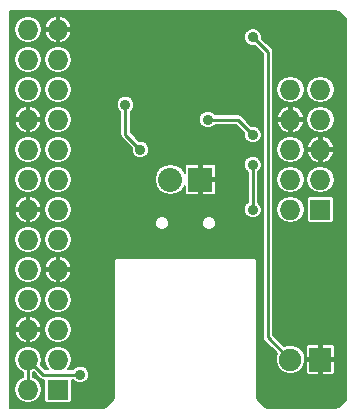
<source format=gbr>
G04 #@! TF.FileFunction,Copper,L2,Bot,Signal*
%FSLAX46Y46*%
G04 Gerber Fmt 4.6, Leading zero omitted, Abs format (unit mm)*
G04 Created by KiCad (PCBNEW (after 2015-mar-04 BZR unknown)-product) date 6/29/2016 10:21:50 AM*
%MOMM*%
G01*
G04 APERTURE LIST*
%ADD10C,0.150000*%
%ADD11R,1.727200X1.727200*%
%ADD12O,1.727200X1.727200*%
%ADD13R,1.900000X2.000000*%
%ADD14C,1.900000*%
%ADD15R,2.032000X2.032000*%
%ADD16O,2.032000X2.032000*%
%ADD17C,0.889000*%
%ADD18C,0.254000*%
%ADD19C,0.203200*%
G04 APERTURE END LIST*
D10*
D11*
X4445000Y-32385000D03*
D12*
X1905000Y-32385000D03*
X4445000Y-29845000D03*
X1905000Y-29845000D03*
X4445000Y-27305000D03*
X1905000Y-27305000D03*
X4445000Y-24765000D03*
X1905000Y-24765000D03*
X4445000Y-22225000D03*
X1905000Y-22225000D03*
X4445000Y-19685000D03*
X1905000Y-19685000D03*
X4445000Y-17145000D03*
X1905000Y-17145000D03*
X4445000Y-14605000D03*
X1905000Y-14605000D03*
X4445000Y-12065000D03*
X1905000Y-12065000D03*
X4445000Y-9525000D03*
X1905000Y-9525000D03*
X4445000Y-6985000D03*
X1905000Y-6985000D03*
X4445000Y-4445000D03*
X1905000Y-4445000D03*
X4445000Y-1905000D03*
X1905000Y-1905000D03*
D11*
X26670000Y-17145000D03*
D12*
X24130000Y-17145000D03*
X26670000Y-14605000D03*
X24130000Y-14605000D03*
X26670000Y-12065000D03*
X24130000Y-12065000D03*
X26670000Y-9525000D03*
X24130000Y-9525000D03*
X26670000Y-6985000D03*
X24130000Y-6985000D03*
D13*
X26670000Y-29845000D03*
D14*
X24130000Y-29845000D03*
D15*
X16510000Y-14605000D03*
D16*
X13970000Y-14605000D03*
D17*
X6350000Y-31115000D03*
X17780000Y-17145000D03*
X20955000Y-13335000D03*
X20955000Y-17145000D03*
X11430000Y-12065000D03*
X10160000Y-8255000D03*
X20955000Y-10795000D03*
X17145000Y-9525000D03*
X20955000Y-2540000D03*
D18*
X1905000Y-32385000D02*
X1905000Y-29845000D01*
X1905000Y-29845000D02*
X3175000Y-31115000D01*
X3175000Y-31115000D02*
X6350000Y-31115000D01*
X20955000Y-13335000D02*
X20955000Y-17145000D01*
X11430000Y-12065000D02*
X10160000Y-10795000D01*
X10160000Y-10795000D02*
X10160000Y-8255000D01*
X20955000Y-10795000D02*
X19685000Y-9525000D01*
X19685000Y-9525000D02*
X17145000Y-9525000D01*
X22225000Y-27940000D02*
X24130000Y-29845000D01*
X20955000Y-2540000D02*
X22225000Y-3810000D01*
X22225000Y-3810000D02*
X22225000Y-27940000D01*
D19*
G36*
X28855200Y-32985053D02*
X28794101Y-33292214D01*
X28212214Y-33874101D01*
X27924800Y-33931272D01*
X27924800Y-30905628D01*
X27924800Y-30010100D01*
X27924800Y-29679900D01*
X27924800Y-28784372D01*
X27878397Y-28672345D01*
X27861290Y-28655237D01*
X27861290Y-14605000D01*
X27861290Y-9525000D01*
X27861290Y-6985000D01*
X27772351Y-6537873D01*
X27519074Y-6158816D01*
X27140017Y-5905539D01*
X26692890Y-5816600D01*
X26647110Y-5816600D01*
X26199983Y-5905539D01*
X25820926Y-6158816D01*
X25567649Y-6537873D01*
X25478710Y-6985000D01*
X25567649Y-7432127D01*
X25820926Y-7811184D01*
X26199983Y-8064461D01*
X26647110Y-8153400D01*
X26692890Y-8153400D01*
X27140017Y-8064461D01*
X27519074Y-7811184D01*
X27772351Y-7432127D01*
X27861290Y-6985000D01*
X27861290Y-9525000D01*
X27772351Y-9077873D01*
X27519074Y-8698816D01*
X27140017Y-8445539D01*
X26692890Y-8356600D01*
X26647110Y-8356600D01*
X26199983Y-8445539D01*
X25820926Y-8698816D01*
X25567649Y-9077873D01*
X25478710Y-9525000D01*
X25567649Y-9972127D01*
X25820926Y-10351184D01*
X26199983Y-10604461D01*
X26647110Y-10693400D01*
X26692890Y-10693400D01*
X27140017Y-10604461D01*
X27519074Y-10351184D01*
X27772351Y-9972127D01*
X27861290Y-9525000D01*
X27861290Y-14605000D01*
X27806763Y-14330873D01*
X27806763Y-12335054D01*
X27806763Y-11794946D01*
X27664777Y-11452138D01*
X27354522Y-11118105D01*
X26940055Y-10928228D01*
X26758900Y-10976178D01*
X26758900Y-11976100D01*
X27758576Y-11976100D01*
X27806763Y-11794946D01*
X27806763Y-12335054D01*
X27758576Y-12153900D01*
X26758900Y-12153900D01*
X26758900Y-13153822D01*
X26940055Y-13201772D01*
X27354522Y-13011895D01*
X27664777Y-12677862D01*
X27806763Y-12335054D01*
X27806763Y-14330873D01*
X27772351Y-14157873D01*
X27519074Y-13778816D01*
X27140017Y-13525539D01*
X26692890Y-13436600D01*
X26647110Y-13436600D01*
X26581100Y-13449730D01*
X26581100Y-13153822D01*
X26581100Y-12153900D01*
X26581100Y-11976100D01*
X26581100Y-10976178D01*
X26399945Y-10928228D01*
X25985478Y-11118105D01*
X25675223Y-11452138D01*
X25533237Y-11794946D01*
X25581424Y-11976100D01*
X26581100Y-11976100D01*
X26581100Y-12153900D01*
X25581424Y-12153900D01*
X25533237Y-12335054D01*
X25675223Y-12677862D01*
X25985478Y-13011895D01*
X26399945Y-13201772D01*
X26581100Y-13153822D01*
X26581100Y-13449730D01*
X26199983Y-13525539D01*
X25820926Y-13778816D01*
X25567649Y-14157873D01*
X25478710Y-14605000D01*
X25567649Y-15052127D01*
X25820926Y-15431184D01*
X26199983Y-15684461D01*
X26647110Y-15773400D01*
X26692890Y-15773400D01*
X27140017Y-15684461D01*
X27519074Y-15431184D01*
X27772351Y-15052127D01*
X27861290Y-14605000D01*
X27861290Y-28655237D01*
X27844371Y-28638318D01*
X27844371Y-18008600D01*
X27844371Y-16281400D01*
X27821822Y-16165181D01*
X27754723Y-16063035D01*
X27653427Y-15994659D01*
X27533600Y-15970629D01*
X25806400Y-15970629D01*
X25690181Y-15993178D01*
X25588035Y-16060277D01*
X25519659Y-16161573D01*
X25495629Y-16281400D01*
X25495629Y-18008600D01*
X25518178Y-18124819D01*
X25585277Y-18226965D01*
X25686573Y-18295341D01*
X25806400Y-18319371D01*
X27533600Y-18319371D01*
X27649819Y-18296822D01*
X27751965Y-18229723D01*
X27820341Y-18128427D01*
X27844371Y-18008600D01*
X27844371Y-28638318D01*
X27792656Y-28586603D01*
X27680629Y-28540200D01*
X27559372Y-28540200D01*
X26835100Y-28540200D01*
X26758900Y-28616400D01*
X26758900Y-29756100D01*
X27848600Y-29756100D01*
X27924800Y-29679900D01*
X27924800Y-30010100D01*
X27848600Y-29933900D01*
X26758900Y-29933900D01*
X26758900Y-31073600D01*
X26835100Y-31149800D01*
X27559372Y-31149800D01*
X27680629Y-31149800D01*
X27792656Y-31103397D01*
X27878397Y-31017655D01*
X27924800Y-30905628D01*
X27924800Y-33931272D01*
X27905053Y-33935200D01*
X26581100Y-33935200D01*
X26581100Y-31073600D01*
X26581100Y-29933900D01*
X26581100Y-29756100D01*
X26581100Y-28616400D01*
X26504900Y-28540200D01*
X25780628Y-28540200D01*
X25659371Y-28540200D01*
X25547344Y-28586603D01*
X25461603Y-28672345D01*
X25415200Y-28784372D01*
X25415200Y-29679900D01*
X25491400Y-29756100D01*
X26581100Y-29756100D01*
X26581100Y-29933900D01*
X25491400Y-29933900D01*
X25415200Y-30010100D01*
X25415200Y-30905628D01*
X25461603Y-31017655D01*
X25547344Y-31103397D01*
X25659371Y-31149800D01*
X25780628Y-31149800D01*
X26504900Y-31149800D01*
X26581100Y-31073600D01*
X26581100Y-33935200D01*
X25385017Y-33935200D01*
X25385017Y-29596500D01*
X25321290Y-29442268D01*
X25321290Y-17145000D01*
X25321290Y-14605000D01*
X25321290Y-12065000D01*
X25321290Y-6985000D01*
X25232351Y-6537873D01*
X24979074Y-6158816D01*
X24600017Y-5905539D01*
X24152890Y-5816600D01*
X24107110Y-5816600D01*
X23659983Y-5905539D01*
X23280926Y-6158816D01*
X23027649Y-6537873D01*
X22938710Y-6985000D01*
X23027649Y-7432127D01*
X23280926Y-7811184D01*
X23659983Y-8064461D01*
X24107110Y-8153400D01*
X24152890Y-8153400D01*
X24600017Y-8064461D01*
X24979074Y-7811184D01*
X25232351Y-7432127D01*
X25321290Y-6985000D01*
X25321290Y-12065000D01*
X25266763Y-11790873D01*
X25266763Y-9795054D01*
X25266763Y-9254946D01*
X25124777Y-8912138D01*
X24814522Y-8578105D01*
X24400055Y-8388228D01*
X24218900Y-8436178D01*
X24218900Y-9436100D01*
X25218576Y-9436100D01*
X25266763Y-9254946D01*
X25266763Y-9795054D01*
X25218576Y-9613900D01*
X24218900Y-9613900D01*
X24218900Y-10613822D01*
X24400055Y-10661772D01*
X24814522Y-10471895D01*
X25124777Y-10137862D01*
X25266763Y-9795054D01*
X25266763Y-11790873D01*
X25232351Y-11617873D01*
X24979074Y-11238816D01*
X24600017Y-10985539D01*
X24152890Y-10896600D01*
X24107110Y-10896600D01*
X24041100Y-10909730D01*
X24041100Y-10613822D01*
X24041100Y-9613900D01*
X24041100Y-9436100D01*
X24041100Y-8436178D01*
X23859945Y-8388228D01*
X23445478Y-8578105D01*
X23135223Y-8912138D01*
X22993237Y-9254946D01*
X23041424Y-9436100D01*
X24041100Y-9436100D01*
X24041100Y-9613900D01*
X23041424Y-9613900D01*
X22993237Y-9795054D01*
X23135223Y-10137862D01*
X23445478Y-10471895D01*
X23859945Y-10661772D01*
X24041100Y-10613822D01*
X24041100Y-10909730D01*
X23659983Y-10985539D01*
X23280926Y-11238816D01*
X23027649Y-11617873D01*
X22938710Y-12065000D01*
X23027649Y-12512127D01*
X23280926Y-12891184D01*
X23659983Y-13144461D01*
X24107110Y-13233400D01*
X24152890Y-13233400D01*
X24600017Y-13144461D01*
X24979074Y-12891184D01*
X25232351Y-12512127D01*
X25321290Y-12065000D01*
X25321290Y-14605000D01*
X25232351Y-14157873D01*
X24979074Y-13778816D01*
X24600017Y-13525539D01*
X24152890Y-13436600D01*
X24107110Y-13436600D01*
X23659983Y-13525539D01*
X23280926Y-13778816D01*
X23027649Y-14157873D01*
X22938710Y-14605000D01*
X23027649Y-15052127D01*
X23280926Y-15431184D01*
X23659983Y-15684461D01*
X24107110Y-15773400D01*
X24152890Y-15773400D01*
X24600017Y-15684461D01*
X24979074Y-15431184D01*
X25232351Y-15052127D01*
X25321290Y-14605000D01*
X25321290Y-17145000D01*
X25232351Y-16697873D01*
X24979074Y-16318816D01*
X24600017Y-16065539D01*
X24152890Y-15976600D01*
X24107110Y-15976600D01*
X23659983Y-16065539D01*
X23280926Y-16318816D01*
X23027649Y-16697873D01*
X22938710Y-17145000D01*
X23027649Y-17592127D01*
X23280926Y-17971184D01*
X23659983Y-18224461D01*
X24107110Y-18313400D01*
X24152890Y-18313400D01*
X24600017Y-18224461D01*
X24979074Y-17971184D01*
X25232351Y-17592127D01*
X25321290Y-17145000D01*
X25321290Y-29442268D01*
X25194388Y-29135141D01*
X24841715Y-28781853D01*
X24380690Y-28590418D01*
X23881500Y-28589983D01*
X23601382Y-28705724D01*
X22656800Y-27761142D01*
X22656800Y-3810000D01*
X22623931Y-3644757D01*
X22530329Y-3504671D01*
X21704179Y-2678521D01*
X21704430Y-2391609D01*
X21590596Y-2116110D01*
X21379999Y-1905144D01*
X21104699Y-1790830D01*
X20806609Y-1790570D01*
X20531110Y-1904404D01*
X20320144Y-2115001D01*
X20205830Y-2390301D01*
X20205570Y-2688391D01*
X20319404Y-2963890D01*
X20530001Y-3174856D01*
X20805301Y-3289170D01*
X21093763Y-3289421D01*
X21793200Y-3988858D01*
X21793200Y-27940000D01*
X21826069Y-28105243D01*
X21919671Y-28245329D01*
X22990794Y-29316452D01*
X22875418Y-29594310D01*
X22874983Y-30093500D01*
X23065612Y-30554859D01*
X23418285Y-30908147D01*
X23879310Y-31099582D01*
X24378500Y-31100017D01*
X24839859Y-30909388D01*
X25193147Y-30556715D01*
X25384582Y-30095690D01*
X25385017Y-29596500D01*
X25385017Y-33935200D01*
X22259946Y-33935200D01*
X21952785Y-33874101D01*
X21704430Y-33625746D01*
X21704430Y-16996609D01*
X21590596Y-16721110D01*
X21386800Y-16516956D01*
X21386800Y-13962699D01*
X21589856Y-13759999D01*
X21704170Y-13484699D01*
X21704430Y-13186609D01*
X21704430Y-10646609D01*
X21590596Y-10371110D01*
X21379999Y-10160144D01*
X21104699Y-10045830D01*
X20816236Y-10045578D01*
X19990329Y-9219671D01*
X19850243Y-9126069D01*
X19685000Y-9093200D01*
X17772699Y-9093200D01*
X17569999Y-8890144D01*
X17294699Y-8775830D01*
X16996609Y-8775570D01*
X16721110Y-8889404D01*
X16510144Y-9100001D01*
X16395830Y-9375301D01*
X16395570Y-9673391D01*
X16509404Y-9948890D01*
X16720001Y-10159856D01*
X16995301Y-10274170D01*
X17293391Y-10274430D01*
X17568890Y-10160596D01*
X17773043Y-9956800D01*
X19506142Y-9956800D01*
X20205820Y-10656478D01*
X20205570Y-10943391D01*
X20319404Y-11218890D01*
X20530001Y-11429856D01*
X20805301Y-11544170D01*
X21103391Y-11544430D01*
X21378890Y-11430596D01*
X21589856Y-11219999D01*
X21704170Y-10944699D01*
X21704430Y-10646609D01*
X21704430Y-13186609D01*
X21590596Y-12911110D01*
X21379999Y-12700144D01*
X21104699Y-12585830D01*
X20806609Y-12585570D01*
X20531110Y-12699404D01*
X20320144Y-12910001D01*
X20205830Y-13185301D01*
X20205570Y-13483391D01*
X20319404Y-13758890D01*
X20523200Y-13963043D01*
X20523200Y-16517300D01*
X20320144Y-16720001D01*
X20205830Y-16995301D01*
X20205570Y-17293391D01*
X20319404Y-17568890D01*
X20530001Y-17779856D01*
X20805301Y-17894170D01*
X21103391Y-17894430D01*
X21378890Y-17780596D01*
X21589856Y-17569999D01*
X21704170Y-17294699D01*
X21704430Y-16996609D01*
X21704430Y-33625746D01*
X21370898Y-33292214D01*
X21309800Y-32985053D01*
X21309800Y-21590000D01*
X21282792Y-21454224D01*
X21205881Y-21339119D01*
X21090776Y-21262208D01*
X20955000Y-21235200D01*
X17830800Y-21235200D01*
X17830800Y-15681628D01*
X17830800Y-14770100D01*
X17830800Y-14439900D01*
X17830800Y-13528372D01*
X17784397Y-13416345D01*
X17698656Y-13330603D01*
X17586629Y-13284200D01*
X17465372Y-13284200D01*
X16675100Y-13284200D01*
X16598900Y-13360400D01*
X16598900Y-14516100D01*
X17754600Y-14516100D01*
X17830800Y-14439900D01*
X17830800Y-14770100D01*
X17754600Y-14693900D01*
X16598900Y-14693900D01*
X16598900Y-15849600D01*
X16675100Y-15925800D01*
X17465372Y-15925800D01*
X17586629Y-15925800D01*
X17698656Y-15879397D01*
X17784397Y-15793655D01*
X17830800Y-15681628D01*
X17830800Y-21235200D01*
X17819900Y-21235200D01*
X17819900Y-18190177D01*
X17731817Y-17976999D01*
X17568859Y-17813756D01*
X17355835Y-17725301D01*
X17125177Y-17725100D01*
X16911999Y-17813183D01*
X16748756Y-17976141D01*
X16660301Y-18189165D01*
X16660100Y-18419823D01*
X16748183Y-18633001D01*
X16911141Y-18796244D01*
X17124165Y-18884699D01*
X17354823Y-18884900D01*
X17568001Y-18796817D01*
X17731244Y-18633859D01*
X17819699Y-18420835D01*
X17819900Y-18190177D01*
X17819900Y-21235200D01*
X16421100Y-21235200D01*
X16421100Y-15849600D01*
X16421100Y-14693900D01*
X16401100Y-14693900D01*
X16401100Y-14516100D01*
X16421100Y-14516100D01*
X16421100Y-13360400D01*
X16344900Y-13284200D01*
X15554628Y-13284200D01*
X15433371Y-13284200D01*
X15321344Y-13330603D01*
X15235603Y-13416345D01*
X15189200Y-13528372D01*
X15189200Y-14072089D01*
X14903947Y-13645177D01*
X14475448Y-13358864D01*
X13970000Y-13258324D01*
X13464552Y-13358864D01*
X13036053Y-13645177D01*
X12749740Y-14073676D01*
X12649200Y-14579124D01*
X12649200Y-14630876D01*
X12749740Y-15136324D01*
X13036053Y-15564823D01*
X13464552Y-15851136D01*
X13970000Y-15951676D01*
X14475448Y-15851136D01*
X14903947Y-15564823D01*
X15189200Y-15137910D01*
X15189200Y-15681628D01*
X15235603Y-15793655D01*
X15321344Y-15879397D01*
X15433371Y-15925800D01*
X15554628Y-15925800D01*
X16344900Y-15925800D01*
X16421100Y-15849600D01*
X16421100Y-21235200D01*
X13819900Y-21235200D01*
X13819900Y-18190177D01*
X13731817Y-17976999D01*
X13568859Y-17813756D01*
X13355835Y-17725301D01*
X13125177Y-17725100D01*
X12911999Y-17813183D01*
X12748756Y-17976141D01*
X12660301Y-18189165D01*
X12660100Y-18419823D01*
X12748183Y-18633001D01*
X12911141Y-18796244D01*
X13124165Y-18884699D01*
X13354823Y-18884900D01*
X13568001Y-18796817D01*
X13731244Y-18633859D01*
X13819699Y-18420835D01*
X13819900Y-18190177D01*
X13819900Y-21235200D01*
X12179430Y-21235200D01*
X12179430Y-11916609D01*
X12065596Y-11641110D01*
X11854999Y-11430144D01*
X11579699Y-11315830D01*
X11291236Y-11315578D01*
X10591800Y-10616142D01*
X10591800Y-8882699D01*
X10794856Y-8679999D01*
X10909170Y-8404699D01*
X10909430Y-8106609D01*
X10795596Y-7831110D01*
X10584999Y-7620144D01*
X10309699Y-7505830D01*
X10011609Y-7505570D01*
X9736110Y-7619404D01*
X9525144Y-7830001D01*
X9410830Y-8105301D01*
X9410570Y-8403391D01*
X9524404Y-8678890D01*
X9728200Y-8883043D01*
X9728200Y-10795000D01*
X9761069Y-10960243D01*
X9854671Y-11100329D01*
X10680820Y-11926478D01*
X10680570Y-12213391D01*
X10794404Y-12488890D01*
X11005001Y-12699856D01*
X11280301Y-12814170D01*
X11578391Y-12814430D01*
X11853890Y-12700596D01*
X12064856Y-12489999D01*
X12179170Y-12214699D01*
X12179430Y-11916609D01*
X12179430Y-21235200D01*
X9525000Y-21235200D01*
X9389224Y-21262208D01*
X9274119Y-21339119D01*
X9197208Y-21454224D01*
X9170200Y-21590000D01*
X9170200Y-22225000D01*
X9170200Y-32985053D01*
X9109101Y-33292214D01*
X8527214Y-33874101D01*
X8220053Y-33935200D01*
X7099430Y-33935200D01*
X7099430Y-30966609D01*
X6985596Y-30691110D01*
X6774999Y-30480144D01*
X6499699Y-30365830D01*
X6201609Y-30365570D01*
X5926110Y-30479404D01*
X5721956Y-30683200D01*
X5276090Y-30683200D01*
X5294074Y-30671184D01*
X5547351Y-30292127D01*
X5636290Y-29845000D01*
X5636290Y-27305000D01*
X5636290Y-24765000D01*
X5636290Y-19685000D01*
X5636290Y-17145000D01*
X5636290Y-14605000D01*
X5636290Y-12065000D01*
X5636290Y-9525000D01*
X5636290Y-6985000D01*
X5636290Y-4445000D01*
X5581763Y-4170873D01*
X5581763Y-2175054D01*
X5581763Y-1634946D01*
X5439777Y-1292138D01*
X5129522Y-958105D01*
X4715055Y-768228D01*
X4533900Y-816178D01*
X4533900Y-1816100D01*
X5533576Y-1816100D01*
X5581763Y-1634946D01*
X5581763Y-2175054D01*
X5533576Y-1993900D01*
X4533900Y-1993900D01*
X4533900Y-2993822D01*
X4715055Y-3041772D01*
X5129522Y-2851895D01*
X5439777Y-2517862D01*
X5581763Y-2175054D01*
X5581763Y-4170873D01*
X5547351Y-3997873D01*
X5294074Y-3618816D01*
X4915017Y-3365539D01*
X4467890Y-3276600D01*
X4422110Y-3276600D01*
X4356100Y-3289730D01*
X4356100Y-2993822D01*
X4356100Y-1993900D01*
X4356100Y-1816100D01*
X4356100Y-816178D01*
X4174945Y-768228D01*
X3760478Y-958105D01*
X3450223Y-1292138D01*
X3308237Y-1634946D01*
X3356424Y-1816100D01*
X4356100Y-1816100D01*
X4356100Y-1993900D01*
X3356424Y-1993900D01*
X3308237Y-2175054D01*
X3450223Y-2517862D01*
X3760478Y-2851895D01*
X4174945Y-3041772D01*
X4356100Y-2993822D01*
X4356100Y-3289730D01*
X3974983Y-3365539D01*
X3595926Y-3618816D01*
X3342649Y-3997873D01*
X3253710Y-4445000D01*
X3342649Y-4892127D01*
X3595926Y-5271184D01*
X3974983Y-5524461D01*
X4422110Y-5613400D01*
X4467890Y-5613400D01*
X4915017Y-5524461D01*
X5294074Y-5271184D01*
X5547351Y-4892127D01*
X5636290Y-4445000D01*
X5636290Y-6985000D01*
X5547351Y-6537873D01*
X5294074Y-6158816D01*
X4915017Y-5905539D01*
X4467890Y-5816600D01*
X4422110Y-5816600D01*
X3974983Y-5905539D01*
X3595926Y-6158816D01*
X3342649Y-6537873D01*
X3253710Y-6985000D01*
X3342649Y-7432127D01*
X3595926Y-7811184D01*
X3974983Y-8064461D01*
X4422110Y-8153400D01*
X4467890Y-8153400D01*
X4915017Y-8064461D01*
X5294074Y-7811184D01*
X5547351Y-7432127D01*
X5636290Y-6985000D01*
X5636290Y-9525000D01*
X5547351Y-9077873D01*
X5294074Y-8698816D01*
X4915017Y-8445539D01*
X4467890Y-8356600D01*
X4422110Y-8356600D01*
X3974983Y-8445539D01*
X3595926Y-8698816D01*
X3342649Y-9077873D01*
X3253710Y-9525000D01*
X3342649Y-9972127D01*
X3595926Y-10351184D01*
X3974983Y-10604461D01*
X4422110Y-10693400D01*
X4467890Y-10693400D01*
X4915017Y-10604461D01*
X5294074Y-10351184D01*
X5547351Y-9972127D01*
X5636290Y-9525000D01*
X5636290Y-12065000D01*
X5547351Y-11617873D01*
X5294074Y-11238816D01*
X4915017Y-10985539D01*
X4467890Y-10896600D01*
X4422110Y-10896600D01*
X3974983Y-10985539D01*
X3595926Y-11238816D01*
X3342649Y-11617873D01*
X3253710Y-12065000D01*
X3342649Y-12512127D01*
X3595926Y-12891184D01*
X3974983Y-13144461D01*
X4422110Y-13233400D01*
X4467890Y-13233400D01*
X4915017Y-13144461D01*
X5294074Y-12891184D01*
X5547351Y-12512127D01*
X5636290Y-12065000D01*
X5636290Y-14605000D01*
X5547351Y-14157873D01*
X5294074Y-13778816D01*
X4915017Y-13525539D01*
X4467890Y-13436600D01*
X4422110Y-13436600D01*
X3974983Y-13525539D01*
X3595926Y-13778816D01*
X3342649Y-14157873D01*
X3253710Y-14605000D01*
X3342649Y-15052127D01*
X3595926Y-15431184D01*
X3974983Y-15684461D01*
X4422110Y-15773400D01*
X4467890Y-15773400D01*
X4915017Y-15684461D01*
X5294074Y-15431184D01*
X5547351Y-15052127D01*
X5636290Y-14605000D01*
X5636290Y-17145000D01*
X5547351Y-16697873D01*
X5294074Y-16318816D01*
X4915017Y-16065539D01*
X4467890Y-15976600D01*
X4422110Y-15976600D01*
X3974983Y-16065539D01*
X3595926Y-16318816D01*
X3342649Y-16697873D01*
X3253710Y-17145000D01*
X3342649Y-17592127D01*
X3595926Y-17971184D01*
X3974983Y-18224461D01*
X4422110Y-18313400D01*
X4467890Y-18313400D01*
X4915017Y-18224461D01*
X5294074Y-17971184D01*
X5547351Y-17592127D01*
X5636290Y-17145000D01*
X5636290Y-19685000D01*
X5547351Y-19237873D01*
X5294074Y-18858816D01*
X4915017Y-18605539D01*
X4467890Y-18516600D01*
X4422110Y-18516600D01*
X3974983Y-18605539D01*
X3595926Y-18858816D01*
X3342649Y-19237873D01*
X3253710Y-19685000D01*
X3342649Y-20132127D01*
X3595926Y-20511184D01*
X3974983Y-20764461D01*
X4422110Y-20853400D01*
X4467890Y-20853400D01*
X4915017Y-20764461D01*
X5294074Y-20511184D01*
X5547351Y-20132127D01*
X5636290Y-19685000D01*
X5636290Y-24765000D01*
X5581763Y-24490873D01*
X5581763Y-22495054D01*
X5581763Y-21954946D01*
X5439777Y-21612138D01*
X5129522Y-21278105D01*
X4715055Y-21088228D01*
X4533900Y-21136178D01*
X4533900Y-22136100D01*
X5533576Y-22136100D01*
X5581763Y-21954946D01*
X5581763Y-22495054D01*
X5533576Y-22313900D01*
X4533900Y-22313900D01*
X4533900Y-23313822D01*
X4715055Y-23361772D01*
X5129522Y-23171895D01*
X5439777Y-22837862D01*
X5581763Y-22495054D01*
X5581763Y-24490873D01*
X5547351Y-24317873D01*
X5294074Y-23938816D01*
X4915017Y-23685539D01*
X4467890Y-23596600D01*
X4422110Y-23596600D01*
X4356100Y-23609730D01*
X4356100Y-23313822D01*
X4356100Y-22313900D01*
X4356100Y-22136100D01*
X4356100Y-21136178D01*
X4174945Y-21088228D01*
X3760478Y-21278105D01*
X3450223Y-21612138D01*
X3308237Y-21954946D01*
X3356424Y-22136100D01*
X4356100Y-22136100D01*
X4356100Y-22313900D01*
X3356424Y-22313900D01*
X3308237Y-22495054D01*
X3450223Y-22837862D01*
X3760478Y-23171895D01*
X4174945Y-23361772D01*
X4356100Y-23313822D01*
X4356100Y-23609730D01*
X3974983Y-23685539D01*
X3595926Y-23938816D01*
X3342649Y-24317873D01*
X3253710Y-24765000D01*
X3342649Y-25212127D01*
X3595926Y-25591184D01*
X3974983Y-25844461D01*
X4422110Y-25933400D01*
X4467890Y-25933400D01*
X4915017Y-25844461D01*
X5294074Y-25591184D01*
X5547351Y-25212127D01*
X5636290Y-24765000D01*
X5636290Y-27305000D01*
X5547351Y-26857873D01*
X5294074Y-26478816D01*
X4915017Y-26225539D01*
X4467890Y-26136600D01*
X4422110Y-26136600D01*
X3974983Y-26225539D01*
X3595926Y-26478816D01*
X3342649Y-26857873D01*
X3253710Y-27305000D01*
X3342649Y-27752127D01*
X3595926Y-28131184D01*
X3974983Y-28384461D01*
X4422110Y-28473400D01*
X4467890Y-28473400D01*
X4915017Y-28384461D01*
X5294074Y-28131184D01*
X5547351Y-27752127D01*
X5636290Y-27305000D01*
X5636290Y-29845000D01*
X5547351Y-29397873D01*
X5294074Y-29018816D01*
X4915017Y-28765539D01*
X4467890Y-28676600D01*
X4422110Y-28676600D01*
X3974983Y-28765539D01*
X3595926Y-29018816D01*
X3342649Y-29397873D01*
X3253710Y-29845000D01*
X3342649Y-30292127D01*
X3595926Y-30671184D01*
X3613909Y-30683200D01*
X3353858Y-30683200D01*
X2989500Y-30318842D01*
X3007351Y-30292127D01*
X3096290Y-29845000D01*
X3096290Y-24765000D01*
X3096290Y-22225000D01*
X3096290Y-19685000D01*
X3096290Y-14605000D01*
X3096290Y-12065000D01*
X3096290Y-6985000D01*
X3096290Y-4445000D01*
X3096290Y-1905000D01*
X3007351Y-1457873D01*
X2754074Y-1078816D01*
X2375017Y-825539D01*
X1927890Y-736600D01*
X1882110Y-736600D01*
X1434983Y-825539D01*
X1055926Y-1078816D01*
X802649Y-1457873D01*
X713710Y-1905000D01*
X802649Y-2352127D01*
X1055926Y-2731184D01*
X1434983Y-2984461D01*
X1882110Y-3073400D01*
X1927890Y-3073400D01*
X2375017Y-2984461D01*
X2754074Y-2731184D01*
X3007351Y-2352127D01*
X3096290Y-1905000D01*
X3096290Y-4445000D01*
X3007351Y-3997873D01*
X2754074Y-3618816D01*
X2375017Y-3365539D01*
X1927890Y-3276600D01*
X1882110Y-3276600D01*
X1434983Y-3365539D01*
X1055926Y-3618816D01*
X802649Y-3997873D01*
X713710Y-4445000D01*
X802649Y-4892127D01*
X1055926Y-5271184D01*
X1434983Y-5524461D01*
X1882110Y-5613400D01*
X1927890Y-5613400D01*
X2375017Y-5524461D01*
X2754074Y-5271184D01*
X3007351Y-4892127D01*
X3096290Y-4445000D01*
X3096290Y-6985000D01*
X3007351Y-6537873D01*
X2754074Y-6158816D01*
X2375017Y-5905539D01*
X1927890Y-5816600D01*
X1882110Y-5816600D01*
X1434983Y-5905539D01*
X1055926Y-6158816D01*
X802649Y-6537873D01*
X713710Y-6985000D01*
X802649Y-7432127D01*
X1055926Y-7811184D01*
X1434983Y-8064461D01*
X1882110Y-8153400D01*
X1927890Y-8153400D01*
X2375017Y-8064461D01*
X2754074Y-7811184D01*
X3007351Y-7432127D01*
X3096290Y-6985000D01*
X3096290Y-12065000D01*
X3041763Y-11790873D01*
X3041763Y-9795054D01*
X3041763Y-9254946D01*
X2899777Y-8912138D01*
X2589522Y-8578105D01*
X2175055Y-8388228D01*
X1993900Y-8436178D01*
X1993900Y-9436100D01*
X2993576Y-9436100D01*
X3041763Y-9254946D01*
X3041763Y-9795054D01*
X2993576Y-9613900D01*
X1993900Y-9613900D01*
X1993900Y-10613822D01*
X2175055Y-10661772D01*
X2589522Y-10471895D01*
X2899777Y-10137862D01*
X3041763Y-9795054D01*
X3041763Y-11790873D01*
X3007351Y-11617873D01*
X2754074Y-11238816D01*
X2375017Y-10985539D01*
X1927890Y-10896600D01*
X1882110Y-10896600D01*
X1816100Y-10909730D01*
X1816100Y-10613822D01*
X1816100Y-9613900D01*
X1816100Y-9436100D01*
X1816100Y-8436178D01*
X1634945Y-8388228D01*
X1220478Y-8578105D01*
X910223Y-8912138D01*
X768237Y-9254946D01*
X816424Y-9436100D01*
X1816100Y-9436100D01*
X1816100Y-9613900D01*
X816424Y-9613900D01*
X768237Y-9795054D01*
X910223Y-10137862D01*
X1220478Y-10471895D01*
X1634945Y-10661772D01*
X1816100Y-10613822D01*
X1816100Y-10909730D01*
X1434983Y-10985539D01*
X1055926Y-11238816D01*
X802649Y-11617873D01*
X713710Y-12065000D01*
X802649Y-12512127D01*
X1055926Y-12891184D01*
X1434983Y-13144461D01*
X1882110Y-13233400D01*
X1927890Y-13233400D01*
X2375017Y-13144461D01*
X2754074Y-12891184D01*
X3007351Y-12512127D01*
X3096290Y-12065000D01*
X3096290Y-14605000D01*
X3007351Y-14157873D01*
X2754074Y-13778816D01*
X2375017Y-13525539D01*
X1927890Y-13436600D01*
X1882110Y-13436600D01*
X1434983Y-13525539D01*
X1055926Y-13778816D01*
X802649Y-14157873D01*
X713710Y-14605000D01*
X802649Y-15052127D01*
X1055926Y-15431184D01*
X1434983Y-15684461D01*
X1882110Y-15773400D01*
X1927890Y-15773400D01*
X2375017Y-15684461D01*
X2754074Y-15431184D01*
X3007351Y-15052127D01*
X3096290Y-14605000D01*
X3096290Y-19685000D01*
X3041763Y-19410873D01*
X3041763Y-17415054D01*
X3041763Y-16874946D01*
X2899777Y-16532138D01*
X2589522Y-16198105D01*
X2175055Y-16008228D01*
X1993900Y-16056178D01*
X1993900Y-17056100D01*
X2993576Y-17056100D01*
X3041763Y-16874946D01*
X3041763Y-17415054D01*
X2993576Y-17233900D01*
X1993900Y-17233900D01*
X1993900Y-18233822D01*
X2175055Y-18281772D01*
X2589522Y-18091895D01*
X2899777Y-17757862D01*
X3041763Y-17415054D01*
X3041763Y-19410873D01*
X3007351Y-19237873D01*
X2754074Y-18858816D01*
X2375017Y-18605539D01*
X1927890Y-18516600D01*
X1882110Y-18516600D01*
X1816100Y-18529730D01*
X1816100Y-18233822D01*
X1816100Y-17233900D01*
X1816100Y-17056100D01*
X1816100Y-16056178D01*
X1634945Y-16008228D01*
X1220478Y-16198105D01*
X910223Y-16532138D01*
X768237Y-16874946D01*
X816424Y-17056100D01*
X1816100Y-17056100D01*
X1816100Y-17233900D01*
X816424Y-17233900D01*
X768237Y-17415054D01*
X910223Y-17757862D01*
X1220478Y-18091895D01*
X1634945Y-18281772D01*
X1816100Y-18233822D01*
X1816100Y-18529730D01*
X1434983Y-18605539D01*
X1055926Y-18858816D01*
X802649Y-19237873D01*
X713710Y-19685000D01*
X802649Y-20132127D01*
X1055926Y-20511184D01*
X1434983Y-20764461D01*
X1882110Y-20853400D01*
X1927890Y-20853400D01*
X2375017Y-20764461D01*
X2754074Y-20511184D01*
X3007351Y-20132127D01*
X3096290Y-19685000D01*
X3096290Y-22225000D01*
X3007351Y-21777873D01*
X2754074Y-21398816D01*
X2375017Y-21145539D01*
X1927890Y-21056600D01*
X1882110Y-21056600D01*
X1434983Y-21145539D01*
X1055926Y-21398816D01*
X802649Y-21777873D01*
X713710Y-22225000D01*
X802649Y-22672127D01*
X1055926Y-23051184D01*
X1434983Y-23304461D01*
X1882110Y-23393400D01*
X1927890Y-23393400D01*
X2375017Y-23304461D01*
X2754074Y-23051184D01*
X3007351Y-22672127D01*
X3096290Y-22225000D01*
X3096290Y-24765000D01*
X3007351Y-24317873D01*
X2754074Y-23938816D01*
X2375017Y-23685539D01*
X1927890Y-23596600D01*
X1882110Y-23596600D01*
X1434983Y-23685539D01*
X1055926Y-23938816D01*
X802649Y-24317873D01*
X713710Y-24765000D01*
X802649Y-25212127D01*
X1055926Y-25591184D01*
X1434983Y-25844461D01*
X1882110Y-25933400D01*
X1927890Y-25933400D01*
X2375017Y-25844461D01*
X2754074Y-25591184D01*
X3007351Y-25212127D01*
X3096290Y-24765000D01*
X3096290Y-29845000D01*
X3041763Y-29570873D01*
X3041763Y-27575054D01*
X3041763Y-27034946D01*
X2899777Y-26692138D01*
X2589522Y-26358105D01*
X2175055Y-26168228D01*
X1993900Y-26216178D01*
X1993900Y-27216100D01*
X2993576Y-27216100D01*
X3041763Y-27034946D01*
X3041763Y-27575054D01*
X2993576Y-27393900D01*
X1993900Y-27393900D01*
X1993900Y-28393822D01*
X2175055Y-28441772D01*
X2589522Y-28251895D01*
X2899777Y-27917862D01*
X3041763Y-27575054D01*
X3041763Y-29570873D01*
X3007351Y-29397873D01*
X2754074Y-29018816D01*
X2375017Y-28765539D01*
X1927890Y-28676600D01*
X1882110Y-28676600D01*
X1816100Y-28689730D01*
X1816100Y-28393822D01*
X1816100Y-27393900D01*
X1816100Y-27216100D01*
X1816100Y-26216178D01*
X1634945Y-26168228D01*
X1220478Y-26358105D01*
X910223Y-26692138D01*
X768237Y-27034946D01*
X816424Y-27216100D01*
X1816100Y-27216100D01*
X1816100Y-27393900D01*
X816424Y-27393900D01*
X768237Y-27575054D01*
X910223Y-27917862D01*
X1220478Y-28251895D01*
X1634945Y-28441772D01*
X1816100Y-28393822D01*
X1816100Y-28689730D01*
X1434983Y-28765539D01*
X1055926Y-29018816D01*
X802649Y-29397873D01*
X713710Y-29845000D01*
X802649Y-30292127D01*
X1055926Y-30671184D01*
X1434983Y-30924461D01*
X1473200Y-30932062D01*
X1473200Y-31297937D01*
X1434983Y-31305539D01*
X1055926Y-31558816D01*
X802649Y-31937873D01*
X713710Y-32385000D01*
X802649Y-32832127D01*
X1055926Y-33211184D01*
X1434983Y-33464461D01*
X1882110Y-33553400D01*
X1927890Y-33553400D01*
X2375017Y-33464461D01*
X2754074Y-33211184D01*
X3007351Y-32832127D01*
X3096290Y-32385000D01*
X3007351Y-31937873D01*
X2754074Y-31558816D01*
X2375017Y-31305539D01*
X2336800Y-31297937D01*
X2336800Y-30932062D01*
X2374004Y-30924662D01*
X2869671Y-31420329D01*
X3009757Y-31513931D01*
X3175000Y-31546800D01*
X3270629Y-31546800D01*
X3270629Y-33248600D01*
X3293178Y-33364819D01*
X3360277Y-33466965D01*
X3461573Y-33535341D01*
X3581400Y-33559371D01*
X5308600Y-33559371D01*
X5424819Y-33536822D01*
X5526965Y-33469723D01*
X5595341Y-33368427D01*
X5619371Y-33248600D01*
X5619371Y-31546800D01*
X5722300Y-31546800D01*
X5925001Y-31749856D01*
X6200301Y-31864170D01*
X6498391Y-31864430D01*
X6773890Y-31750596D01*
X6984856Y-31539999D01*
X7099170Y-31264699D01*
X7099430Y-30966609D01*
X7099430Y-33935200D01*
X354800Y-33935200D01*
X354800Y-354800D01*
X27905053Y-354800D01*
X28212214Y-415898D01*
X28794101Y-997785D01*
X28855200Y-1304946D01*
X28855200Y-32985053D01*
X28855200Y-32985053D01*
G37*
X28855200Y-32985053D02*
X28794101Y-33292214D01*
X28212214Y-33874101D01*
X27924800Y-33931272D01*
X27924800Y-30905628D01*
X27924800Y-30010100D01*
X27924800Y-29679900D01*
X27924800Y-28784372D01*
X27878397Y-28672345D01*
X27861290Y-28655237D01*
X27861290Y-14605000D01*
X27861290Y-9525000D01*
X27861290Y-6985000D01*
X27772351Y-6537873D01*
X27519074Y-6158816D01*
X27140017Y-5905539D01*
X26692890Y-5816600D01*
X26647110Y-5816600D01*
X26199983Y-5905539D01*
X25820926Y-6158816D01*
X25567649Y-6537873D01*
X25478710Y-6985000D01*
X25567649Y-7432127D01*
X25820926Y-7811184D01*
X26199983Y-8064461D01*
X26647110Y-8153400D01*
X26692890Y-8153400D01*
X27140017Y-8064461D01*
X27519074Y-7811184D01*
X27772351Y-7432127D01*
X27861290Y-6985000D01*
X27861290Y-9525000D01*
X27772351Y-9077873D01*
X27519074Y-8698816D01*
X27140017Y-8445539D01*
X26692890Y-8356600D01*
X26647110Y-8356600D01*
X26199983Y-8445539D01*
X25820926Y-8698816D01*
X25567649Y-9077873D01*
X25478710Y-9525000D01*
X25567649Y-9972127D01*
X25820926Y-10351184D01*
X26199983Y-10604461D01*
X26647110Y-10693400D01*
X26692890Y-10693400D01*
X27140017Y-10604461D01*
X27519074Y-10351184D01*
X27772351Y-9972127D01*
X27861290Y-9525000D01*
X27861290Y-14605000D01*
X27806763Y-14330873D01*
X27806763Y-12335054D01*
X27806763Y-11794946D01*
X27664777Y-11452138D01*
X27354522Y-11118105D01*
X26940055Y-10928228D01*
X26758900Y-10976178D01*
X26758900Y-11976100D01*
X27758576Y-11976100D01*
X27806763Y-11794946D01*
X27806763Y-12335054D01*
X27758576Y-12153900D01*
X26758900Y-12153900D01*
X26758900Y-13153822D01*
X26940055Y-13201772D01*
X27354522Y-13011895D01*
X27664777Y-12677862D01*
X27806763Y-12335054D01*
X27806763Y-14330873D01*
X27772351Y-14157873D01*
X27519074Y-13778816D01*
X27140017Y-13525539D01*
X26692890Y-13436600D01*
X26647110Y-13436600D01*
X26581100Y-13449730D01*
X26581100Y-13153822D01*
X26581100Y-12153900D01*
X26581100Y-11976100D01*
X26581100Y-10976178D01*
X26399945Y-10928228D01*
X25985478Y-11118105D01*
X25675223Y-11452138D01*
X25533237Y-11794946D01*
X25581424Y-11976100D01*
X26581100Y-11976100D01*
X26581100Y-12153900D01*
X25581424Y-12153900D01*
X25533237Y-12335054D01*
X25675223Y-12677862D01*
X25985478Y-13011895D01*
X26399945Y-13201772D01*
X26581100Y-13153822D01*
X26581100Y-13449730D01*
X26199983Y-13525539D01*
X25820926Y-13778816D01*
X25567649Y-14157873D01*
X25478710Y-14605000D01*
X25567649Y-15052127D01*
X25820926Y-15431184D01*
X26199983Y-15684461D01*
X26647110Y-15773400D01*
X26692890Y-15773400D01*
X27140017Y-15684461D01*
X27519074Y-15431184D01*
X27772351Y-15052127D01*
X27861290Y-14605000D01*
X27861290Y-28655237D01*
X27844371Y-28638318D01*
X27844371Y-18008600D01*
X27844371Y-16281400D01*
X27821822Y-16165181D01*
X27754723Y-16063035D01*
X27653427Y-15994659D01*
X27533600Y-15970629D01*
X25806400Y-15970629D01*
X25690181Y-15993178D01*
X25588035Y-16060277D01*
X25519659Y-16161573D01*
X25495629Y-16281400D01*
X25495629Y-18008600D01*
X25518178Y-18124819D01*
X25585277Y-18226965D01*
X25686573Y-18295341D01*
X25806400Y-18319371D01*
X27533600Y-18319371D01*
X27649819Y-18296822D01*
X27751965Y-18229723D01*
X27820341Y-18128427D01*
X27844371Y-18008600D01*
X27844371Y-28638318D01*
X27792656Y-28586603D01*
X27680629Y-28540200D01*
X27559372Y-28540200D01*
X26835100Y-28540200D01*
X26758900Y-28616400D01*
X26758900Y-29756100D01*
X27848600Y-29756100D01*
X27924800Y-29679900D01*
X27924800Y-30010100D01*
X27848600Y-29933900D01*
X26758900Y-29933900D01*
X26758900Y-31073600D01*
X26835100Y-31149800D01*
X27559372Y-31149800D01*
X27680629Y-31149800D01*
X27792656Y-31103397D01*
X27878397Y-31017655D01*
X27924800Y-30905628D01*
X27924800Y-33931272D01*
X27905053Y-33935200D01*
X26581100Y-33935200D01*
X26581100Y-31073600D01*
X26581100Y-29933900D01*
X26581100Y-29756100D01*
X26581100Y-28616400D01*
X26504900Y-28540200D01*
X25780628Y-28540200D01*
X25659371Y-28540200D01*
X25547344Y-28586603D01*
X25461603Y-28672345D01*
X25415200Y-28784372D01*
X25415200Y-29679900D01*
X25491400Y-29756100D01*
X26581100Y-29756100D01*
X26581100Y-29933900D01*
X25491400Y-29933900D01*
X25415200Y-30010100D01*
X25415200Y-30905628D01*
X25461603Y-31017655D01*
X25547344Y-31103397D01*
X25659371Y-31149800D01*
X25780628Y-31149800D01*
X26504900Y-31149800D01*
X26581100Y-31073600D01*
X26581100Y-33935200D01*
X25385017Y-33935200D01*
X25385017Y-29596500D01*
X25321290Y-29442268D01*
X25321290Y-17145000D01*
X25321290Y-14605000D01*
X25321290Y-12065000D01*
X25321290Y-6985000D01*
X25232351Y-6537873D01*
X24979074Y-6158816D01*
X24600017Y-5905539D01*
X24152890Y-5816600D01*
X24107110Y-5816600D01*
X23659983Y-5905539D01*
X23280926Y-6158816D01*
X23027649Y-6537873D01*
X22938710Y-6985000D01*
X23027649Y-7432127D01*
X23280926Y-7811184D01*
X23659983Y-8064461D01*
X24107110Y-8153400D01*
X24152890Y-8153400D01*
X24600017Y-8064461D01*
X24979074Y-7811184D01*
X25232351Y-7432127D01*
X25321290Y-6985000D01*
X25321290Y-12065000D01*
X25266763Y-11790873D01*
X25266763Y-9795054D01*
X25266763Y-9254946D01*
X25124777Y-8912138D01*
X24814522Y-8578105D01*
X24400055Y-8388228D01*
X24218900Y-8436178D01*
X24218900Y-9436100D01*
X25218576Y-9436100D01*
X25266763Y-9254946D01*
X25266763Y-9795054D01*
X25218576Y-9613900D01*
X24218900Y-9613900D01*
X24218900Y-10613822D01*
X24400055Y-10661772D01*
X24814522Y-10471895D01*
X25124777Y-10137862D01*
X25266763Y-9795054D01*
X25266763Y-11790873D01*
X25232351Y-11617873D01*
X24979074Y-11238816D01*
X24600017Y-10985539D01*
X24152890Y-10896600D01*
X24107110Y-10896600D01*
X24041100Y-10909730D01*
X24041100Y-10613822D01*
X24041100Y-9613900D01*
X24041100Y-9436100D01*
X24041100Y-8436178D01*
X23859945Y-8388228D01*
X23445478Y-8578105D01*
X23135223Y-8912138D01*
X22993237Y-9254946D01*
X23041424Y-9436100D01*
X24041100Y-9436100D01*
X24041100Y-9613900D01*
X23041424Y-9613900D01*
X22993237Y-9795054D01*
X23135223Y-10137862D01*
X23445478Y-10471895D01*
X23859945Y-10661772D01*
X24041100Y-10613822D01*
X24041100Y-10909730D01*
X23659983Y-10985539D01*
X23280926Y-11238816D01*
X23027649Y-11617873D01*
X22938710Y-12065000D01*
X23027649Y-12512127D01*
X23280926Y-12891184D01*
X23659983Y-13144461D01*
X24107110Y-13233400D01*
X24152890Y-13233400D01*
X24600017Y-13144461D01*
X24979074Y-12891184D01*
X25232351Y-12512127D01*
X25321290Y-12065000D01*
X25321290Y-14605000D01*
X25232351Y-14157873D01*
X24979074Y-13778816D01*
X24600017Y-13525539D01*
X24152890Y-13436600D01*
X24107110Y-13436600D01*
X23659983Y-13525539D01*
X23280926Y-13778816D01*
X23027649Y-14157873D01*
X22938710Y-14605000D01*
X23027649Y-15052127D01*
X23280926Y-15431184D01*
X23659983Y-15684461D01*
X24107110Y-15773400D01*
X24152890Y-15773400D01*
X24600017Y-15684461D01*
X24979074Y-15431184D01*
X25232351Y-15052127D01*
X25321290Y-14605000D01*
X25321290Y-17145000D01*
X25232351Y-16697873D01*
X24979074Y-16318816D01*
X24600017Y-16065539D01*
X24152890Y-15976600D01*
X24107110Y-15976600D01*
X23659983Y-16065539D01*
X23280926Y-16318816D01*
X23027649Y-16697873D01*
X22938710Y-17145000D01*
X23027649Y-17592127D01*
X23280926Y-17971184D01*
X23659983Y-18224461D01*
X24107110Y-18313400D01*
X24152890Y-18313400D01*
X24600017Y-18224461D01*
X24979074Y-17971184D01*
X25232351Y-17592127D01*
X25321290Y-17145000D01*
X25321290Y-29442268D01*
X25194388Y-29135141D01*
X24841715Y-28781853D01*
X24380690Y-28590418D01*
X23881500Y-28589983D01*
X23601382Y-28705724D01*
X22656800Y-27761142D01*
X22656800Y-3810000D01*
X22623931Y-3644757D01*
X22530329Y-3504671D01*
X21704179Y-2678521D01*
X21704430Y-2391609D01*
X21590596Y-2116110D01*
X21379999Y-1905144D01*
X21104699Y-1790830D01*
X20806609Y-1790570D01*
X20531110Y-1904404D01*
X20320144Y-2115001D01*
X20205830Y-2390301D01*
X20205570Y-2688391D01*
X20319404Y-2963890D01*
X20530001Y-3174856D01*
X20805301Y-3289170D01*
X21093763Y-3289421D01*
X21793200Y-3988858D01*
X21793200Y-27940000D01*
X21826069Y-28105243D01*
X21919671Y-28245329D01*
X22990794Y-29316452D01*
X22875418Y-29594310D01*
X22874983Y-30093500D01*
X23065612Y-30554859D01*
X23418285Y-30908147D01*
X23879310Y-31099582D01*
X24378500Y-31100017D01*
X24839859Y-30909388D01*
X25193147Y-30556715D01*
X25384582Y-30095690D01*
X25385017Y-29596500D01*
X25385017Y-33935200D01*
X22259946Y-33935200D01*
X21952785Y-33874101D01*
X21704430Y-33625746D01*
X21704430Y-16996609D01*
X21590596Y-16721110D01*
X21386800Y-16516956D01*
X21386800Y-13962699D01*
X21589856Y-13759999D01*
X21704170Y-13484699D01*
X21704430Y-13186609D01*
X21704430Y-10646609D01*
X21590596Y-10371110D01*
X21379999Y-10160144D01*
X21104699Y-10045830D01*
X20816236Y-10045578D01*
X19990329Y-9219671D01*
X19850243Y-9126069D01*
X19685000Y-9093200D01*
X17772699Y-9093200D01*
X17569999Y-8890144D01*
X17294699Y-8775830D01*
X16996609Y-8775570D01*
X16721110Y-8889404D01*
X16510144Y-9100001D01*
X16395830Y-9375301D01*
X16395570Y-9673391D01*
X16509404Y-9948890D01*
X16720001Y-10159856D01*
X16995301Y-10274170D01*
X17293391Y-10274430D01*
X17568890Y-10160596D01*
X17773043Y-9956800D01*
X19506142Y-9956800D01*
X20205820Y-10656478D01*
X20205570Y-10943391D01*
X20319404Y-11218890D01*
X20530001Y-11429856D01*
X20805301Y-11544170D01*
X21103391Y-11544430D01*
X21378890Y-11430596D01*
X21589856Y-11219999D01*
X21704170Y-10944699D01*
X21704430Y-10646609D01*
X21704430Y-13186609D01*
X21590596Y-12911110D01*
X21379999Y-12700144D01*
X21104699Y-12585830D01*
X20806609Y-12585570D01*
X20531110Y-12699404D01*
X20320144Y-12910001D01*
X20205830Y-13185301D01*
X20205570Y-13483391D01*
X20319404Y-13758890D01*
X20523200Y-13963043D01*
X20523200Y-16517300D01*
X20320144Y-16720001D01*
X20205830Y-16995301D01*
X20205570Y-17293391D01*
X20319404Y-17568890D01*
X20530001Y-17779856D01*
X20805301Y-17894170D01*
X21103391Y-17894430D01*
X21378890Y-17780596D01*
X21589856Y-17569999D01*
X21704170Y-17294699D01*
X21704430Y-16996609D01*
X21704430Y-33625746D01*
X21370898Y-33292214D01*
X21309800Y-32985053D01*
X21309800Y-21590000D01*
X21282792Y-21454224D01*
X21205881Y-21339119D01*
X21090776Y-21262208D01*
X20955000Y-21235200D01*
X17830800Y-21235200D01*
X17830800Y-15681628D01*
X17830800Y-14770100D01*
X17830800Y-14439900D01*
X17830800Y-13528372D01*
X17784397Y-13416345D01*
X17698656Y-13330603D01*
X17586629Y-13284200D01*
X17465372Y-13284200D01*
X16675100Y-13284200D01*
X16598900Y-13360400D01*
X16598900Y-14516100D01*
X17754600Y-14516100D01*
X17830800Y-14439900D01*
X17830800Y-14770100D01*
X17754600Y-14693900D01*
X16598900Y-14693900D01*
X16598900Y-15849600D01*
X16675100Y-15925800D01*
X17465372Y-15925800D01*
X17586629Y-15925800D01*
X17698656Y-15879397D01*
X17784397Y-15793655D01*
X17830800Y-15681628D01*
X17830800Y-21235200D01*
X17819900Y-21235200D01*
X17819900Y-18190177D01*
X17731817Y-17976999D01*
X17568859Y-17813756D01*
X17355835Y-17725301D01*
X17125177Y-17725100D01*
X16911999Y-17813183D01*
X16748756Y-17976141D01*
X16660301Y-18189165D01*
X16660100Y-18419823D01*
X16748183Y-18633001D01*
X16911141Y-18796244D01*
X17124165Y-18884699D01*
X17354823Y-18884900D01*
X17568001Y-18796817D01*
X17731244Y-18633859D01*
X17819699Y-18420835D01*
X17819900Y-18190177D01*
X17819900Y-21235200D01*
X16421100Y-21235200D01*
X16421100Y-15849600D01*
X16421100Y-14693900D01*
X16401100Y-14693900D01*
X16401100Y-14516100D01*
X16421100Y-14516100D01*
X16421100Y-13360400D01*
X16344900Y-13284200D01*
X15554628Y-13284200D01*
X15433371Y-13284200D01*
X15321344Y-13330603D01*
X15235603Y-13416345D01*
X15189200Y-13528372D01*
X15189200Y-14072089D01*
X14903947Y-13645177D01*
X14475448Y-13358864D01*
X13970000Y-13258324D01*
X13464552Y-13358864D01*
X13036053Y-13645177D01*
X12749740Y-14073676D01*
X12649200Y-14579124D01*
X12649200Y-14630876D01*
X12749740Y-15136324D01*
X13036053Y-15564823D01*
X13464552Y-15851136D01*
X13970000Y-15951676D01*
X14475448Y-15851136D01*
X14903947Y-15564823D01*
X15189200Y-15137910D01*
X15189200Y-15681628D01*
X15235603Y-15793655D01*
X15321344Y-15879397D01*
X15433371Y-15925800D01*
X15554628Y-15925800D01*
X16344900Y-15925800D01*
X16421100Y-15849600D01*
X16421100Y-21235200D01*
X13819900Y-21235200D01*
X13819900Y-18190177D01*
X13731817Y-17976999D01*
X13568859Y-17813756D01*
X13355835Y-17725301D01*
X13125177Y-17725100D01*
X12911999Y-17813183D01*
X12748756Y-17976141D01*
X12660301Y-18189165D01*
X12660100Y-18419823D01*
X12748183Y-18633001D01*
X12911141Y-18796244D01*
X13124165Y-18884699D01*
X13354823Y-18884900D01*
X13568001Y-18796817D01*
X13731244Y-18633859D01*
X13819699Y-18420835D01*
X13819900Y-18190177D01*
X13819900Y-21235200D01*
X12179430Y-21235200D01*
X12179430Y-11916609D01*
X12065596Y-11641110D01*
X11854999Y-11430144D01*
X11579699Y-11315830D01*
X11291236Y-11315578D01*
X10591800Y-10616142D01*
X10591800Y-8882699D01*
X10794856Y-8679999D01*
X10909170Y-8404699D01*
X10909430Y-8106609D01*
X10795596Y-7831110D01*
X10584999Y-7620144D01*
X10309699Y-7505830D01*
X10011609Y-7505570D01*
X9736110Y-7619404D01*
X9525144Y-7830001D01*
X9410830Y-8105301D01*
X9410570Y-8403391D01*
X9524404Y-8678890D01*
X9728200Y-8883043D01*
X9728200Y-10795000D01*
X9761069Y-10960243D01*
X9854671Y-11100329D01*
X10680820Y-11926478D01*
X10680570Y-12213391D01*
X10794404Y-12488890D01*
X11005001Y-12699856D01*
X11280301Y-12814170D01*
X11578391Y-12814430D01*
X11853890Y-12700596D01*
X12064856Y-12489999D01*
X12179170Y-12214699D01*
X12179430Y-11916609D01*
X12179430Y-21235200D01*
X9525000Y-21235200D01*
X9389224Y-21262208D01*
X9274119Y-21339119D01*
X9197208Y-21454224D01*
X9170200Y-21590000D01*
X9170200Y-22225000D01*
X9170200Y-32985053D01*
X9109101Y-33292214D01*
X8527214Y-33874101D01*
X8220053Y-33935200D01*
X7099430Y-33935200D01*
X7099430Y-30966609D01*
X6985596Y-30691110D01*
X6774999Y-30480144D01*
X6499699Y-30365830D01*
X6201609Y-30365570D01*
X5926110Y-30479404D01*
X5721956Y-30683200D01*
X5276090Y-30683200D01*
X5294074Y-30671184D01*
X5547351Y-30292127D01*
X5636290Y-29845000D01*
X5636290Y-27305000D01*
X5636290Y-24765000D01*
X5636290Y-19685000D01*
X5636290Y-17145000D01*
X5636290Y-14605000D01*
X5636290Y-12065000D01*
X5636290Y-9525000D01*
X5636290Y-6985000D01*
X5636290Y-4445000D01*
X5581763Y-4170873D01*
X5581763Y-2175054D01*
X5581763Y-1634946D01*
X5439777Y-1292138D01*
X5129522Y-958105D01*
X4715055Y-768228D01*
X4533900Y-816178D01*
X4533900Y-1816100D01*
X5533576Y-1816100D01*
X5581763Y-1634946D01*
X5581763Y-2175054D01*
X5533576Y-1993900D01*
X4533900Y-1993900D01*
X4533900Y-2993822D01*
X4715055Y-3041772D01*
X5129522Y-2851895D01*
X5439777Y-2517862D01*
X5581763Y-2175054D01*
X5581763Y-4170873D01*
X5547351Y-3997873D01*
X5294074Y-3618816D01*
X4915017Y-3365539D01*
X4467890Y-3276600D01*
X4422110Y-3276600D01*
X4356100Y-3289730D01*
X4356100Y-2993822D01*
X4356100Y-1993900D01*
X4356100Y-1816100D01*
X4356100Y-816178D01*
X4174945Y-768228D01*
X3760478Y-958105D01*
X3450223Y-1292138D01*
X3308237Y-1634946D01*
X3356424Y-1816100D01*
X4356100Y-1816100D01*
X4356100Y-1993900D01*
X3356424Y-1993900D01*
X3308237Y-2175054D01*
X3450223Y-2517862D01*
X3760478Y-2851895D01*
X4174945Y-3041772D01*
X4356100Y-2993822D01*
X4356100Y-3289730D01*
X3974983Y-3365539D01*
X3595926Y-3618816D01*
X3342649Y-3997873D01*
X3253710Y-4445000D01*
X3342649Y-4892127D01*
X3595926Y-5271184D01*
X3974983Y-5524461D01*
X4422110Y-5613400D01*
X4467890Y-5613400D01*
X4915017Y-5524461D01*
X5294074Y-5271184D01*
X5547351Y-4892127D01*
X5636290Y-4445000D01*
X5636290Y-6985000D01*
X5547351Y-6537873D01*
X5294074Y-6158816D01*
X4915017Y-5905539D01*
X4467890Y-5816600D01*
X4422110Y-5816600D01*
X3974983Y-5905539D01*
X3595926Y-6158816D01*
X3342649Y-6537873D01*
X3253710Y-6985000D01*
X3342649Y-7432127D01*
X3595926Y-7811184D01*
X3974983Y-8064461D01*
X4422110Y-8153400D01*
X4467890Y-8153400D01*
X4915017Y-8064461D01*
X5294074Y-7811184D01*
X5547351Y-7432127D01*
X5636290Y-6985000D01*
X5636290Y-9525000D01*
X5547351Y-9077873D01*
X5294074Y-8698816D01*
X4915017Y-8445539D01*
X4467890Y-8356600D01*
X4422110Y-8356600D01*
X3974983Y-8445539D01*
X3595926Y-8698816D01*
X3342649Y-9077873D01*
X3253710Y-9525000D01*
X3342649Y-9972127D01*
X3595926Y-10351184D01*
X3974983Y-10604461D01*
X4422110Y-10693400D01*
X4467890Y-10693400D01*
X4915017Y-10604461D01*
X5294074Y-10351184D01*
X5547351Y-9972127D01*
X5636290Y-9525000D01*
X5636290Y-12065000D01*
X5547351Y-11617873D01*
X5294074Y-11238816D01*
X4915017Y-10985539D01*
X4467890Y-10896600D01*
X4422110Y-10896600D01*
X3974983Y-10985539D01*
X3595926Y-11238816D01*
X3342649Y-11617873D01*
X3253710Y-12065000D01*
X3342649Y-12512127D01*
X3595926Y-12891184D01*
X3974983Y-13144461D01*
X4422110Y-13233400D01*
X4467890Y-13233400D01*
X4915017Y-13144461D01*
X5294074Y-12891184D01*
X5547351Y-12512127D01*
X5636290Y-12065000D01*
X5636290Y-14605000D01*
X5547351Y-14157873D01*
X5294074Y-13778816D01*
X4915017Y-13525539D01*
X4467890Y-13436600D01*
X4422110Y-13436600D01*
X3974983Y-13525539D01*
X3595926Y-13778816D01*
X3342649Y-14157873D01*
X3253710Y-14605000D01*
X3342649Y-15052127D01*
X3595926Y-15431184D01*
X3974983Y-15684461D01*
X4422110Y-15773400D01*
X4467890Y-15773400D01*
X4915017Y-15684461D01*
X5294074Y-15431184D01*
X5547351Y-15052127D01*
X5636290Y-14605000D01*
X5636290Y-17145000D01*
X5547351Y-16697873D01*
X5294074Y-16318816D01*
X4915017Y-16065539D01*
X4467890Y-15976600D01*
X4422110Y-15976600D01*
X3974983Y-16065539D01*
X3595926Y-16318816D01*
X3342649Y-16697873D01*
X3253710Y-17145000D01*
X3342649Y-17592127D01*
X3595926Y-17971184D01*
X3974983Y-18224461D01*
X4422110Y-18313400D01*
X4467890Y-18313400D01*
X4915017Y-18224461D01*
X5294074Y-17971184D01*
X5547351Y-17592127D01*
X5636290Y-17145000D01*
X5636290Y-19685000D01*
X5547351Y-19237873D01*
X5294074Y-18858816D01*
X4915017Y-18605539D01*
X4467890Y-18516600D01*
X4422110Y-18516600D01*
X3974983Y-18605539D01*
X3595926Y-18858816D01*
X3342649Y-19237873D01*
X3253710Y-19685000D01*
X3342649Y-20132127D01*
X3595926Y-20511184D01*
X3974983Y-20764461D01*
X4422110Y-20853400D01*
X4467890Y-20853400D01*
X4915017Y-20764461D01*
X5294074Y-20511184D01*
X5547351Y-20132127D01*
X5636290Y-19685000D01*
X5636290Y-24765000D01*
X5581763Y-24490873D01*
X5581763Y-22495054D01*
X5581763Y-21954946D01*
X5439777Y-21612138D01*
X5129522Y-21278105D01*
X4715055Y-21088228D01*
X4533900Y-21136178D01*
X4533900Y-22136100D01*
X5533576Y-22136100D01*
X5581763Y-21954946D01*
X5581763Y-22495054D01*
X5533576Y-22313900D01*
X4533900Y-22313900D01*
X4533900Y-23313822D01*
X4715055Y-23361772D01*
X5129522Y-23171895D01*
X5439777Y-22837862D01*
X5581763Y-22495054D01*
X5581763Y-24490873D01*
X5547351Y-24317873D01*
X5294074Y-23938816D01*
X4915017Y-23685539D01*
X4467890Y-23596600D01*
X4422110Y-23596600D01*
X4356100Y-23609730D01*
X4356100Y-23313822D01*
X4356100Y-22313900D01*
X4356100Y-22136100D01*
X4356100Y-21136178D01*
X4174945Y-21088228D01*
X3760478Y-21278105D01*
X3450223Y-21612138D01*
X3308237Y-21954946D01*
X3356424Y-22136100D01*
X4356100Y-22136100D01*
X4356100Y-22313900D01*
X3356424Y-22313900D01*
X3308237Y-22495054D01*
X3450223Y-22837862D01*
X3760478Y-23171895D01*
X4174945Y-23361772D01*
X4356100Y-23313822D01*
X4356100Y-23609730D01*
X3974983Y-23685539D01*
X3595926Y-23938816D01*
X3342649Y-24317873D01*
X3253710Y-24765000D01*
X3342649Y-25212127D01*
X3595926Y-25591184D01*
X3974983Y-25844461D01*
X4422110Y-25933400D01*
X4467890Y-25933400D01*
X4915017Y-25844461D01*
X5294074Y-25591184D01*
X5547351Y-25212127D01*
X5636290Y-24765000D01*
X5636290Y-27305000D01*
X5547351Y-26857873D01*
X5294074Y-26478816D01*
X4915017Y-26225539D01*
X4467890Y-26136600D01*
X4422110Y-26136600D01*
X3974983Y-26225539D01*
X3595926Y-26478816D01*
X3342649Y-26857873D01*
X3253710Y-27305000D01*
X3342649Y-27752127D01*
X3595926Y-28131184D01*
X3974983Y-28384461D01*
X4422110Y-28473400D01*
X4467890Y-28473400D01*
X4915017Y-28384461D01*
X5294074Y-28131184D01*
X5547351Y-27752127D01*
X5636290Y-27305000D01*
X5636290Y-29845000D01*
X5547351Y-29397873D01*
X5294074Y-29018816D01*
X4915017Y-28765539D01*
X4467890Y-28676600D01*
X4422110Y-28676600D01*
X3974983Y-28765539D01*
X3595926Y-29018816D01*
X3342649Y-29397873D01*
X3253710Y-29845000D01*
X3342649Y-30292127D01*
X3595926Y-30671184D01*
X3613909Y-30683200D01*
X3353858Y-30683200D01*
X2989500Y-30318842D01*
X3007351Y-30292127D01*
X3096290Y-29845000D01*
X3096290Y-24765000D01*
X3096290Y-22225000D01*
X3096290Y-19685000D01*
X3096290Y-14605000D01*
X3096290Y-12065000D01*
X3096290Y-6985000D01*
X3096290Y-4445000D01*
X3096290Y-1905000D01*
X3007351Y-1457873D01*
X2754074Y-1078816D01*
X2375017Y-825539D01*
X1927890Y-736600D01*
X1882110Y-736600D01*
X1434983Y-825539D01*
X1055926Y-1078816D01*
X802649Y-1457873D01*
X713710Y-1905000D01*
X802649Y-2352127D01*
X1055926Y-2731184D01*
X1434983Y-2984461D01*
X1882110Y-3073400D01*
X1927890Y-3073400D01*
X2375017Y-2984461D01*
X2754074Y-2731184D01*
X3007351Y-2352127D01*
X3096290Y-1905000D01*
X3096290Y-4445000D01*
X3007351Y-3997873D01*
X2754074Y-3618816D01*
X2375017Y-3365539D01*
X1927890Y-3276600D01*
X1882110Y-3276600D01*
X1434983Y-3365539D01*
X1055926Y-3618816D01*
X802649Y-3997873D01*
X713710Y-4445000D01*
X802649Y-4892127D01*
X1055926Y-5271184D01*
X1434983Y-5524461D01*
X1882110Y-5613400D01*
X1927890Y-5613400D01*
X2375017Y-5524461D01*
X2754074Y-5271184D01*
X3007351Y-4892127D01*
X3096290Y-4445000D01*
X3096290Y-6985000D01*
X3007351Y-6537873D01*
X2754074Y-6158816D01*
X2375017Y-5905539D01*
X1927890Y-5816600D01*
X1882110Y-5816600D01*
X1434983Y-5905539D01*
X1055926Y-6158816D01*
X802649Y-6537873D01*
X713710Y-6985000D01*
X802649Y-7432127D01*
X1055926Y-7811184D01*
X1434983Y-8064461D01*
X1882110Y-8153400D01*
X1927890Y-8153400D01*
X2375017Y-8064461D01*
X2754074Y-7811184D01*
X3007351Y-7432127D01*
X3096290Y-6985000D01*
X3096290Y-12065000D01*
X3041763Y-11790873D01*
X3041763Y-9795054D01*
X3041763Y-9254946D01*
X2899777Y-8912138D01*
X2589522Y-8578105D01*
X2175055Y-8388228D01*
X1993900Y-8436178D01*
X1993900Y-9436100D01*
X2993576Y-9436100D01*
X3041763Y-9254946D01*
X3041763Y-9795054D01*
X2993576Y-9613900D01*
X1993900Y-9613900D01*
X1993900Y-10613822D01*
X2175055Y-10661772D01*
X2589522Y-10471895D01*
X2899777Y-10137862D01*
X3041763Y-9795054D01*
X3041763Y-11790873D01*
X3007351Y-11617873D01*
X2754074Y-11238816D01*
X2375017Y-10985539D01*
X1927890Y-10896600D01*
X1882110Y-10896600D01*
X1816100Y-10909730D01*
X1816100Y-10613822D01*
X1816100Y-9613900D01*
X1816100Y-9436100D01*
X1816100Y-8436178D01*
X1634945Y-8388228D01*
X1220478Y-8578105D01*
X910223Y-8912138D01*
X768237Y-9254946D01*
X816424Y-9436100D01*
X1816100Y-9436100D01*
X1816100Y-9613900D01*
X816424Y-9613900D01*
X768237Y-9795054D01*
X910223Y-10137862D01*
X1220478Y-10471895D01*
X1634945Y-10661772D01*
X1816100Y-10613822D01*
X1816100Y-10909730D01*
X1434983Y-10985539D01*
X1055926Y-11238816D01*
X802649Y-11617873D01*
X713710Y-12065000D01*
X802649Y-12512127D01*
X1055926Y-12891184D01*
X1434983Y-13144461D01*
X1882110Y-13233400D01*
X1927890Y-13233400D01*
X2375017Y-13144461D01*
X2754074Y-12891184D01*
X3007351Y-12512127D01*
X3096290Y-12065000D01*
X3096290Y-14605000D01*
X3007351Y-14157873D01*
X2754074Y-13778816D01*
X2375017Y-13525539D01*
X1927890Y-13436600D01*
X1882110Y-13436600D01*
X1434983Y-13525539D01*
X1055926Y-13778816D01*
X802649Y-14157873D01*
X713710Y-14605000D01*
X802649Y-15052127D01*
X1055926Y-15431184D01*
X1434983Y-15684461D01*
X1882110Y-15773400D01*
X1927890Y-15773400D01*
X2375017Y-15684461D01*
X2754074Y-15431184D01*
X3007351Y-15052127D01*
X3096290Y-14605000D01*
X3096290Y-19685000D01*
X3041763Y-19410873D01*
X3041763Y-17415054D01*
X3041763Y-16874946D01*
X2899777Y-16532138D01*
X2589522Y-16198105D01*
X2175055Y-16008228D01*
X1993900Y-16056178D01*
X1993900Y-17056100D01*
X2993576Y-17056100D01*
X3041763Y-16874946D01*
X3041763Y-17415054D01*
X2993576Y-17233900D01*
X1993900Y-17233900D01*
X1993900Y-18233822D01*
X2175055Y-18281772D01*
X2589522Y-18091895D01*
X2899777Y-17757862D01*
X3041763Y-17415054D01*
X3041763Y-19410873D01*
X3007351Y-19237873D01*
X2754074Y-18858816D01*
X2375017Y-18605539D01*
X1927890Y-18516600D01*
X1882110Y-18516600D01*
X1816100Y-18529730D01*
X1816100Y-18233822D01*
X1816100Y-17233900D01*
X1816100Y-17056100D01*
X1816100Y-16056178D01*
X1634945Y-16008228D01*
X1220478Y-16198105D01*
X910223Y-16532138D01*
X768237Y-16874946D01*
X816424Y-17056100D01*
X1816100Y-17056100D01*
X1816100Y-17233900D01*
X816424Y-17233900D01*
X768237Y-17415054D01*
X910223Y-17757862D01*
X1220478Y-18091895D01*
X1634945Y-18281772D01*
X1816100Y-18233822D01*
X1816100Y-18529730D01*
X1434983Y-18605539D01*
X1055926Y-18858816D01*
X802649Y-19237873D01*
X713710Y-19685000D01*
X802649Y-20132127D01*
X1055926Y-20511184D01*
X1434983Y-20764461D01*
X1882110Y-20853400D01*
X1927890Y-20853400D01*
X2375017Y-20764461D01*
X2754074Y-20511184D01*
X3007351Y-20132127D01*
X3096290Y-19685000D01*
X3096290Y-22225000D01*
X3007351Y-21777873D01*
X2754074Y-21398816D01*
X2375017Y-21145539D01*
X1927890Y-21056600D01*
X1882110Y-21056600D01*
X1434983Y-21145539D01*
X1055926Y-21398816D01*
X802649Y-21777873D01*
X713710Y-22225000D01*
X802649Y-22672127D01*
X1055926Y-23051184D01*
X1434983Y-23304461D01*
X1882110Y-23393400D01*
X1927890Y-23393400D01*
X2375017Y-23304461D01*
X2754074Y-23051184D01*
X3007351Y-22672127D01*
X3096290Y-22225000D01*
X3096290Y-24765000D01*
X3007351Y-24317873D01*
X2754074Y-23938816D01*
X2375017Y-23685539D01*
X1927890Y-23596600D01*
X1882110Y-23596600D01*
X1434983Y-23685539D01*
X1055926Y-23938816D01*
X802649Y-24317873D01*
X713710Y-24765000D01*
X802649Y-25212127D01*
X1055926Y-25591184D01*
X1434983Y-25844461D01*
X1882110Y-25933400D01*
X1927890Y-25933400D01*
X2375017Y-25844461D01*
X2754074Y-25591184D01*
X3007351Y-25212127D01*
X3096290Y-24765000D01*
X3096290Y-29845000D01*
X3041763Y-29570873D01*
X3041763Y-27575054D01*
X3041763Y-27034946D01*
X2899777Y-26692138D01*
X2589522Y-26358105D01*
X2175055Y-26168228D01*
X1993900Y-26216178D01*
X1993900Y-27216100D01*
X2993576Y-27216100D01*
X3041763Y-27034946D01*
X3041763Y-27575054D01*
X2993576Y-27393900D01*
X1993900Y-27393900D01*
X1993900Y-28393822D01*
X2175055Y-28441772D01*
X2589522Y-28251895D01*
X2899777Y-27917862D01*
X3041763Y-27575054D01*
X3041763Y-29570873D01*
X3007351Y-29397873D01*
X2754074Y-29018816D01*
X2375017Y-28765539D01*
X1927890Y-28676600D01*
X1882110Y-28676600D01*
X1816100Y-28689730D01*
X1816100Y-28393822D01*
X1816100Y-27393900D01*
X1816100Y-27216100D01*
X1816100Y-26216178D01*
X1634945Y-26168228D01*
X1220478Y-26358105D01*
X910223Y-26692138D01*
X768237Y-27034946D01*
X816424Y-27216100D01*
X1816100Y-27216100D01*
X1816100Y-27393900D01*
X816424Y-27393900D01*
X768237Y-27575054D01*
X910223Y-27917862D01*
X1220478Y-28251895D01*
X1634945Y-28441772D01*
X1816100Y-28393822D01*
X1816100Y-28689730D01*
X1434983Y-28765539D01*
X1055926Y-29018816D01*
X802649Y-29397873D01*
X713710Y-29845000D01*
X802649Y-30292127D01*
X1055926Y-30671184D01*
X1434983Y-30924461D01*
X1473200Y-30932062D01*
X1473200Y-31297937D01*
X1434983Y-31305539D01*
X1055926Y-31558816D01*
X802649Y-31937873D01*
X713710Y-32385000D01*
X802649Y-32832127D01*
X1055926Y-33211184D01*
X1434983Y-33464461D01*
X1882110Y-33553400D01*
X1927890Y-33553400D01*
X2375017Y-33464461D01*
X2754074Y-33211184D01*
X3007351Y-32832127D01*
X3096290Y-32385000D01*
X3007351Y-31937873D01*
X2754074Y-31558816D01*
X2375017Y-31305539D01*
X2336800Y-31297937D01*
X2336800Y-30932062D01*
X2374004Y-30924662D01*
X2869671Y-31420329D01*
X3009757Y-31513931D01*
X3175000Y-31546800D01*
X3270629Y-31546800D01*
X3270629Y-33248600D01*
X3293178Y-33364819D01*
X3360277Y-33466965D01*
X3461573Y-33535341D01*
X3581400Y-33559371D01*
X5308600Y-33559371D01*
X5424819Y-33536822D01*
X5526965Y-33469723D01*
X5595341Y-33368427D01*
X5619371Y-33248600D01*
X5619371Y-31546800D01*
X5722300Y-31546800D01*
X5925001Y-31749856D01*
X6200301Y-31864170D01*
X6498391Y-31864430D01*
X6773890Y-31750596D01*
X6984856Y-31539999D01*
X7099170Y-31264699D01*
X7099430Y-30966609D01*
X7099430Y-33935200D01*
X354800Y-33935200D01*
X354800Y-354800D01*
X27905053Y-354800D01*
X28212214Y-415898D01*
X28794101Y-997785D01*
X28855200Y-1304946D01*
X28855200Y-32985053D01*
M02*

</source>
